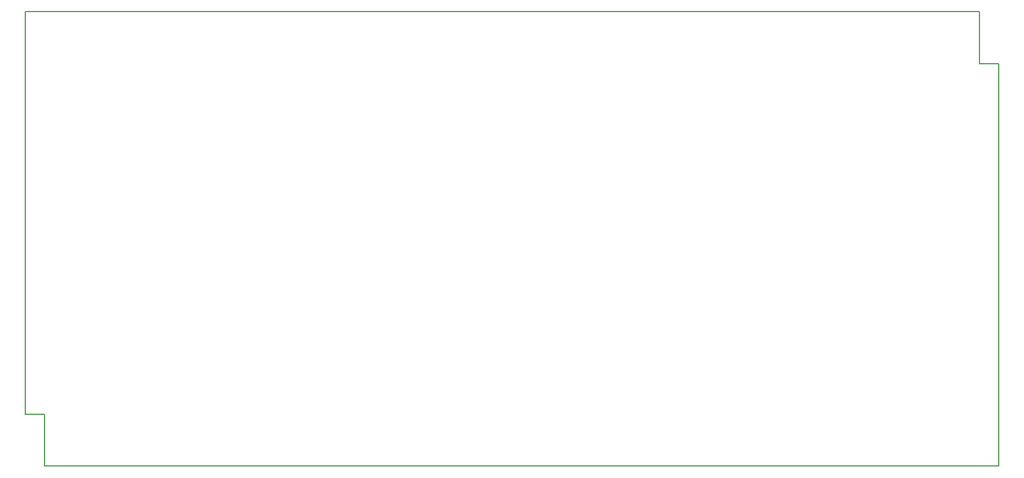
<source format=gm1>
G04 #@! TF.FileFunction,Profile,NP*
%FSLAX46Y46*%
G04 Gerber Fmt 4.6, Leading zero omitted, Abs format (unit mm)*
G04 Created by KiCad (PCBNEW 4.0.2-stable) date 5/21/2016 11:43:06 AM*
%MOMM*%
G01*
G04 APERTURE LIST*
%ADD10C,0.100000*%
%ADD11C,0.200000*%
G04 APERTURE END LIST*
D10*
D11*
X147000000Y62000000D02*
X150000000Y62000000D01*
X147000000Y70000000D02*
X147000000Y62000000D01*
X3000000Y8000000D02*
X0Y8000000D01*
X3000000Y0D02*
X3000000Y8000000D01*
X150000000Y0D02*
X3000000Y0D01*
X150000000Y62000000D02*
X150000000Y0D01*
X0Y70000000D02*
X147000000Y70000000D01*
X0Y8000000D02*
X0Y70000000D01*
M02*

</source>
